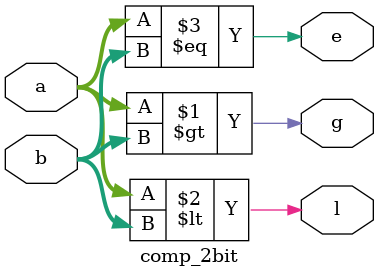
<source format=v>
module comp_2bit(a,b,g,l,e);
input [1:0] a,b;
output g,l,e;

assign g=(a>b);
assign l=(a<b);
assign e=(a==b);

endmodule

/* 
module comp_2bit(a,b,g,l,e);
input [1:0] a,b;
output reg g,l,e;

always@(*) begin
g=0;
l=0;
e=0;
if(a>b)
g=1'b1;
else if(a<b)
l=1'b1;
else if(a==b)
e=1'b1;
else
g=1'bx;l=1'bx;e=1'bx;
end

endmodule

*/










</source>
